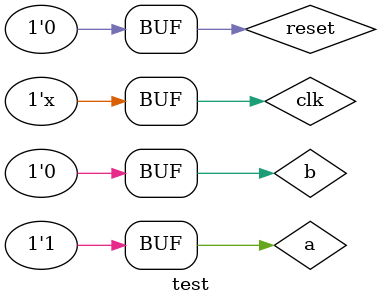
<source format=v>
`timescale 1ns / 1ps


module test;

	// Inputs
	reg clk;
	reg reset;
	reg a;
	reg b;

	// Outputs
	wire y0;
	wire yl;

	// Instantiate the Unit Under Test (UUT)
	fsm uut (
		.clk(clk), 
		.reset(reset), 
		.a(a), 
		.b(b), 
		.y0(y0), 
		.yl(yl)
	);

initial begin
		clk = 0;
		reset = 0;
		#100;
		reset = 1;
		#100;
		reset = 0;
		a = 0;
		b = 0;
		#100;
		a = 1;
		b = 1;
		#100;
		a = 1;
		b = 0;
		#200;
		a = 0;
		b = 1;
		#100;
		reset = 1;
		#100;
		reset = 0;
		a = 1;
		b = 0;
		#100;
		end
		always
		#50 clk = ~clk;
endmodule


</source>
